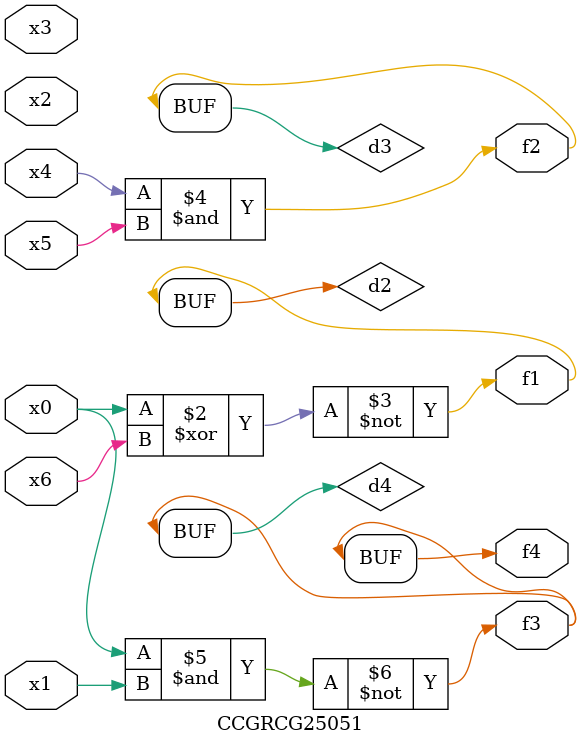
<source format=v>
module CCGRCG25051(
	input x0, x1, x2, x3, x4, x5, x6,
	output f1, f2, f3, f4
);

	wire d1, d2, d3, d4;

	nor (d1, x0);
	xnor (d2, x0, x6);
	and (d3, x4, x5);
	nand (d4, x0, x1);
	assign f1 = d2;
	assign f2 = d3;
	assign f3 = d4;
	assign f4 = d4;
endmodule

</source>
